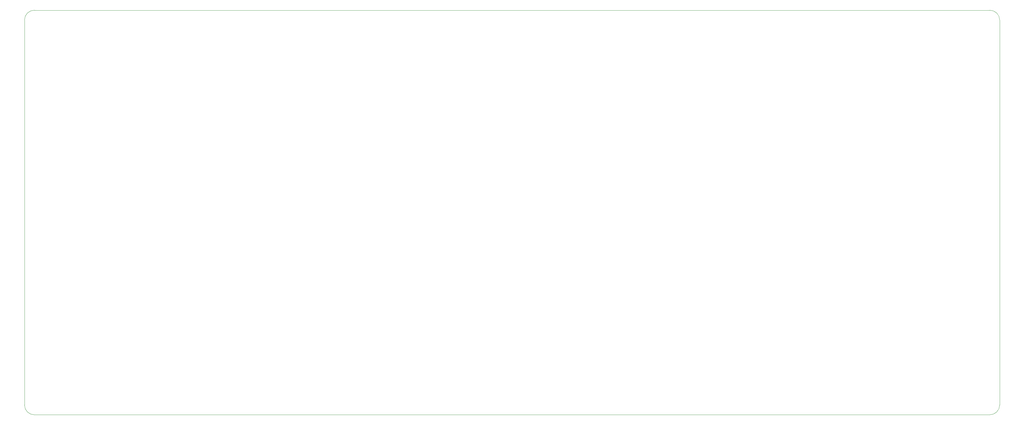
<source format=gbr>
%TF.GenerationSoftware,KiCad,Pcbnew,8.0.1*%
%TF.CreationDate,2024-06-12T21:18:42+02:00*%
%TF.ProjectId,Keyboard,4b657962-6f61-4726-942e-6b696361645f,rev?*%
%TF.SameCoordinates,Original*%
%TF.FileFunction,Profile,NP*%
%FSLAX46Y46*%
G04 Gerber Fmt 4.6, Leading zero omitted, Abs format (unit mm)*
G04 Created by KiCad (PCBNEW 8.0.1) date 2024-06-12 21:18:42*
%MOMM*%
%LPD*%
G01*
G04 APERTURE LIST*
%TA.AperFunction,Profile*%
%ADD10C,0.050000*%
%TD*%
G04 APERTURE END LIST*
D10*
X366000000Y-197000000D02*
G75*
G02*
X363000000Y-200000000I-3000000J0D01*
G01*
X70000000Y-80000000D02*
G75*
G02*
X73000000Y-77000000I3000000J0D01*
G01*
X70000000Y-197000000D02*
X70000000Y-80000000D01*
X73000000Y-200000000D02*
X363000000Y-200000000D01*
X366000000Y-197000000D02*
X366000000Y-80000000D01*
X363000000Y-77000000D02*
G75*
G02*
X366000000Y-80000000I0J-3000000D01*
G01*
X73000000Y-77000000D02*
X363000000Y-77000000D01*
X73000000Y-200000000D02*
G75*
G02*
X70000000Y-197000000I0J3000000D01*
G01*
M02*

</source>
